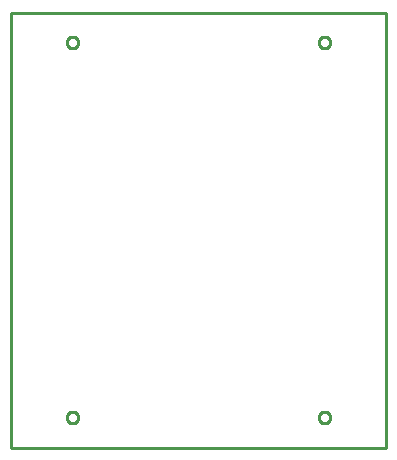
<source format=gko>
G04 EAGLE Gerber X2 export*
%TF.Part,Single*%
%TF.FileFunction,Profile,NP*%
%TF.FilePolarity,Positive*%
%TF.GenerationSoftware,Autodesk,EAGLE,8.7.0*%
%TF.CreationDate,2018-03-20T01:19:31Z*%
G75*
%MOMM*%
%FSLAX34Y34*%
%LPD*%
%AMOC8*
5,1,8,0,0,1.08239X$1,22.5*%
G01*
%ADD10C,0.254000*%


D10*
X0Y0D02*
X317500Y0D01*
X317500Y368300D01*
X0Y368300D01*
X0Y0D01*
X57070Y25119D02*
X57007Y24561D01*
X56882Y24014D01*
X56697Y23484D01*
X56453Y22978D01*
X56154Y22502D01*
X55804Y22063D01*
X55407Y21666D01*
X54968Y21316D01*
X54492Y21017D01*
X53986Y20773D01*
X53456Y20588D01*
X52909Y20463D01*
X52351Y20400D01*
X51789Y20400D01*
X51231Y20463D01*
X50684Y20588D01*
X50154Y20773D01*
X49648Y21017D01*
X49172Y21316D01*
X48733Y21666D01*
X48336Y22063D01*
X47986Y22502D01*
X47687Y22978D01*
X47443Y23484D01*
X47258Y24014D01*
X47133Y24561D01*
X47070Y25119D01*
X47070Y25681D01*
X47133Y26239D01*
X47258Y26786D01*
X47443Y27316D01*
X47687Y27822D01*
X47986Y28298D01*
X48336Y28737D01*
X48733Y29134D01*
X49172Y29484D01*
X49648Y29783D01*
X50154Y30027D01*
X50684Y30212D01*
X51231Y30337D01*
X51789Y30400D01*
X52351Y30400D01*
X52909Y30337D01*
X53456Y30212D01*
X53986Y30027D01*
X54492Y29783D01*
X54968Y29484D01*
X55407Y29134D01*
X55804Y28737D01*
X56154Y28298D01*
X56453Y27822D01*
X56697Y27316D01*
X56882Y26786D01*
X57007Y26239D01*
X57070Y25681D01*
X57070Y25119D01*
X270430Y25119D02*
X270367Y24561D01*
X270242Y24014D01*
X270057Y23484D01*
X269813Y22978D01*
X269514Y22502D01*
X269164Y22063D01*
X268767Y21666D01*
X268328Y21316D01*
X267852Y21017D01*
X267346Y20773D01*
X266816Y20588D01*
X266269Y20463D01*
X265711Y20400D01*
X265149Y20400D01*
X264591Y20463D01*
X264044Y20588D01*
X263514Y20773D01*
X263008Y21017D01*
X262532Y21316D01*
X262093Y21666D01*
X261696Y22063D01*
X261346Y22502D01*
X261047Y22978D01*
X260803Y23484D01*
X260618Y24014D01*
X260493Y24561D01*
X260430Y25119D01*
X260430Y25681D01*
X260493Y26239D01*
X260618Y26786D01*
X260803Y27316D01*
X261047Y27822D01*
X261346Y28298D01*
X261696Y28737D01*
X262093Y29134D01*
X262532Y29484D01*
X263008Y29783D01*
X263514Y30027D01*
X264044Y30212D01*
X264591Y30337D01*
X265149Y30400D01*
X265711Y30400D01*
X266269Y30337D01*
X266816Y30212D01*
X267346Y30027D01*
X267852Y29783D01*
X268328Y29484D01*
X268767Y29134D01*
X269164Y28737D01*
X269514Y28298D01*
X269813Y27822D01*
X270057Y27316D01*
X270242Y26786D01*
X270367Y26239D01*
X270430Y25681D01*
X270430Y25119D01*
X57070Y342619D02*
X57007Y342061D01*
X56882Y341514D01*
X56697Y340984D01*
X56453Y340478D01*
X56154Y340002D01*
X55804Y339563D01*
X55407Y339166D01*
X54968Y338816D01*
X54492Y338517D01*
X53986Y338273D01*
X53456Y338088D01*
X52909Y337963D01*
X52351Y337900D01*
X51789Y337900D01*
X51231Y337963D01*
X50684Y338088D01*
X50154Y338273D01*
X49648Y338517D01*
X49172Y338816D01*
X48733Y339166D01*
X48336Y339563D01*
X47986Y340002D01*
X47687Y340478D01*
X47443Y340984D01*
X47258Y341514D01*
X47133Y342061D01*
X47070Y342619D01*
X47070Y343181D01*
X47133Y343739D01*
X47258Y344286D01*
X47443Y344816D01*
X47687Y345322D01*
X47986Y345798D01*
X48336Y346237D01*
X48733Y346634D01*
X49172Y346984D01*
X49648Y347283D01*
X50154Y347527D01*
X50684Y347712D01*
X51231Y347837D01*
X51789Y347900D01*
X52351Y347900D01*
X52909Y347837D01*
X53456Y347712D01*
X53986Y347527D01*
X54492Y347283D01*
X54968Y346984D01*
X55407Y346634D01*
X55804Y346237D01*
X56154Y345798D01*
X56453Y345322D01*
X56697Y344816D01*
X56882Y344286D01*
X57007Y343739D01*
X57070Y343181D01*
X57070Y342619D01*
X270430Y342619D02*
X270367Y342061D01*
X270242Y341514D01*
X270057Y340984D01*
X269813Y340478D01*
X269514Y340002D01*
X269164Y339563D01*
X268767Y339166D01*
X268328Y338816D01*
X267852Y338517D01*
X267346Y338273D01*
X266816Y338088D01*
X266269Y337963D01*
X265711Y337900D01*
X265149Y337900D01*
X264591Y337963D01*
X264044Y338088D01*
X263514Y338273D01*
X263008Y338517D01*
X262532Y338816D01*
X262093Y339166D01*
X261696Y339563D01*
X261346Y340002D01*
X261047Y340478D01*
X260803Y340984D01*
X260618Y341514D01*
X260493Y342061D01*
X260430Y342619D01*
X260430Y343181D01*
X260493Y343739D01*
X260618Y344286D01*
X260803Y344816D01*
X261047Y345322D01*
X261346Y345798D01*
X261696Y346237D01*
X262093Y346634D01*
X262532Y346984D01*
X263008Y347283D01*
X263514Y347527D01*
X264044Y347712D01*
X264591Y347837D01*
X265149Y347900D01*
X265711Y347900D01*
X266269Y347837D01*
X266816Y347712D01*
X267346Y347527D01*
X267852Y347283D01*
X268328Y346984D01*
X268767Y346634D01*
X269164Y346237D01*
X269514Y345798D01*
X269813Y345322D01*
X270057Y344816D01*
X270242Y344286D01*
X270367Y343739D01*
X270430Y343181D01*
X270430Y342619D01*
X57070Y25119D02*
X57007Y24561D01*
X56882Y24014D01*
X56697Y23484D01*
X56453Y22978D01*
X56154Y22502D01*
X55804Y22063D01*
X55407Y21666D01*
X54968Y21316D01*
X54492Y21017D01*
X53986Y20773D01*
X53456Y20588D01*
X52909Y20463D01*
X52351Y20400D01*
X51789Y20400D01*
X51231Y20463D01*
X50684Y20588D01*
X50154Y20773D01*
X49648Y21017D01*
X49172Y21316D01*
X48733Y21666D01*
X48336Y22063D01*
X47986Y22502D01*
X47687Y22978D01*
X47443Y23484D01*
X47258Y24014D01*
X47133Y24561D01*
X47070Y25119D01*
X47070Y25681D01*
X47133Y26239D01*
X47258Y26786D01*
X47443Y27316D01*
X47687Y27822D01*
X47986Y28298D01*
X48336Y28737D01*
X48733Y29134D01*
X49172Y29484D01*
X49648Y29783D01*
X50154Y30027D01*
X50684Y30212D01*
X51231Y30337D01*
X51789Y30400D01*
X52351Y30400D01*
X52909Y30337D01*
X53456Y30212D01*
X53986Y30027D01*
X54492Y29783D01*
X54968Y29484D01*
X55407Y29134D01*
X55804Y28737D01*
X56154Y28298D01*
X56453Y27822D01*
X56697Y27316D01*
X56882Y26786D01*
X57007Y26239D01*
X57070Y25681D01*
X57070Y25119D01*
X270430Y25119D02*
X270367Y24561D01*
X270242Y24014D01*
X270057Y23484D01*
X269813Y22978D01*
X269514Y22502D01*
X269164Y22063D01*
X268767Y21666D01*
X268328Y21316D01*
X267852Y21017D01*
X267346Y20773D01*
X266816Y20588D01*
X266269Y20463D01*
X265711Y20400D01*
X265149Y20400D01*
X264591Y20463D01*
X264044Y20588D01*
X263514Y20773D01*
X263008Y21017D01*
X262532Y21316D01*
X262093Y21666D01*
X261696Y22063D01*
X261346Y22502D01*
X261047Y22978D01*
X260803Y23484D01*
X260618Y24014D01*
X260493Y24561D01*
X260430Y25119D01*
X260430Y25681D01*
X260493Y26239D01*
X260618Y26786D01*
X260803Y27316D01*
X261047Y27822D01*
X261346Y28298D01*
X261696Y28737D01*
X262093Y29134D01*
X262532Y29484D01*
X263008Y29783D01*
X263514Y30027D01*
X264044Y30212D01*
X264591Y30337D01*
X265149Y30400D01*
X265711Y30400D01*
X266269Y30337D01*
X266816Y30212D01*
X267346Y30027D01*
X267852Y29783D01*
X268328Y29484D01*
X268767Y29134D01*
X269164Y28737D01*
X269514Y28298D01*
X269813Y27822D01*
X270057Y27316D01*
X270242Y26786D01*
X270367Y26239D01*
X270430Y25681D01*
X270430Y25119D01*
X57070Y342619D02*
X57007Y342061D01*
X56882Y341514D01*
X56697Y340984D01*
X56453Y340478D01*
X56154Y340002D01*
X55804Y339563D01*
X55407Y339166D01*
X54968Y338816D01*
X54492Y338517D01*
X53986Y338273D01*
X53456Y338088D01*
X52909Y337963D01*
X52351Y337900D01*
X51789Y337900D01*
X51231Y337963D01*
X50684Y338088D01*
X50154Y338273D01*
X49648Y338517D01*
X49172Y338816D01*
X48733Y339166D01*
X48336Y339563D01*
X47986Y340002D01*
X47687Y340478D01*
X47443Y340984D01*
X47258Y341514D01*
X47133Y342061D01*
X47070Y342619D01*
X47070Y343181D01*
X47133Y343739D01*
X47258Y344286D01*
X47443Y344816D01*
X47687Y345322D01*
X47986Y345798D01*
X48336Y346237D01*
X48733Y346634D01*
X49172Y346984D01*
X49648Y347283D01*
X50154Y347527D01*
X50684Y347712D01*
X51231Y347837D01*
X51789Y347900D01*
X52351Y347900D01*
X52909Y347837D01*
X53456Y347712D01*
X53986Y347527D01*
X54492Y347283D01*
X54968Y346984D01*
X55407Y346634D01*
X55804Y346237D01*
X56154Y345798D01*
X56453Y345322D01*
X56697Y344816D01*
X56882Y344286D01*
X57007Y343739D01*
X57070Y343181D01*
X57070Y342619D01*
X270430Y342619D02*
X270367Y342061D01*
X270242Y341514D01*
X270057Y340984D01*
X269813Y340478D01*
X269514Y340002D01*
X269164Y339563D01*
X268767Y339166D01*
X268328Y338816D01*
X267852Y338517D01*
X267346Y338273D01*
X266816Y338088D01*
X266269Y337963D01*
X265711Y337900D01*
X265149Y337900D01*
X264591Y337963D01*
X264044Y338088D01*
X263514Y338273D01*
X263008Y338517D01*
X262532Y338816D01*
X262093Y339166D01*
X261696Y339563D01*
X261346Y340002D01*
X261047Y340478D01*
X260803Y340984D01*
X260618Y341514D01*
X260493Y342061D01*
X260430Y342619D01*
X260430Y343181D01*
X260493Y343739D01*
X260618Y344286D01*
X260803Y344816D01*
X261047Y345322D01*
X261346Y345798D01*
X261696Y346237D01*
X262093Y346634D01*
X262532Y346984D01*
X263008Y347283D01*
X263514Y347527D01*
X264044Y347712D01*
X264591Y347837D01*
X265149Y347900D01*
X265711Y347900D01*
X266269Y347837D01*
X266816Y347712D01*
X267346Y347527D01*
X267852Y347283D01*
X268328Y346984D01*
X268767Y346634D01*
X269164Y346237D01*
X269514Y345798D01*
X269813Y345322D01*
X270057Y344816D01*
X270242Y344286D01*
X270367Y343739D01*
X270430Y343181D01*
X270430Y342619D01*
M02*

</source>
